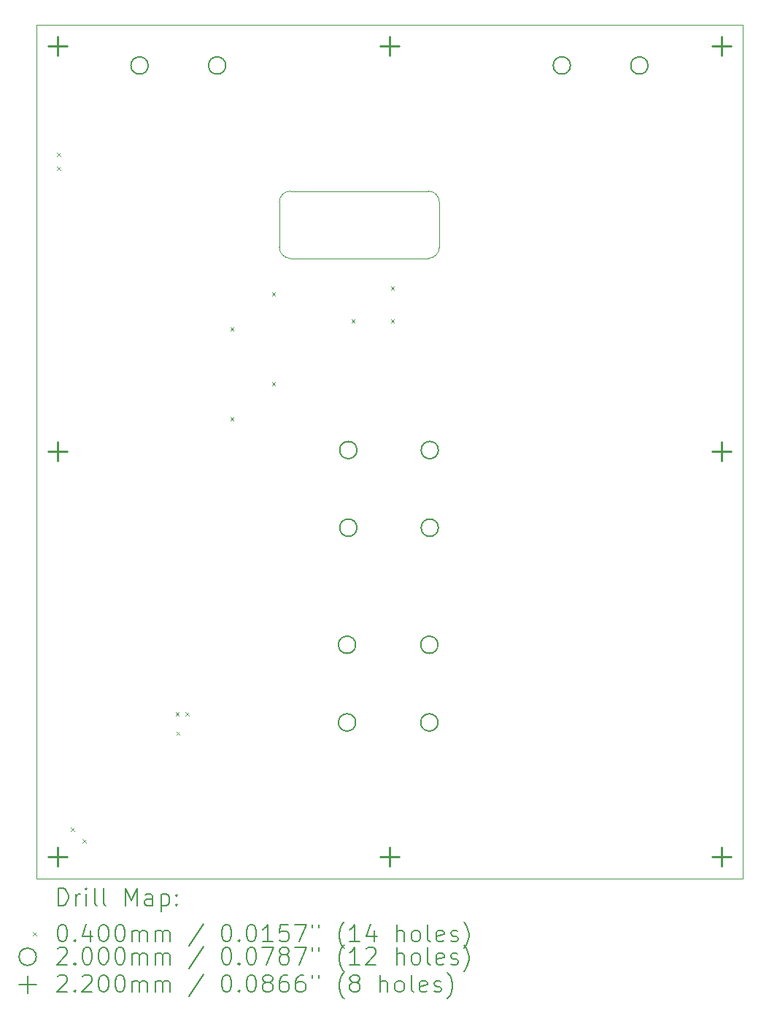
<source format=gbr>
%FSLAX45Y45*%
G04 Gerber Fmt 4.5, Leading zero omitted, Abs format (unit mm)*
G04 Created by KiCad (PCBNEW (6.0.4-0)) date 2022-05-09 11:39:19*
%MOMM*%
%LPD*%
G01*
G04 APERTURE LIST*
%TA.AperFunction,Profile*%
%ADD10C,0.050000*%
%TD*%
%ADD11C,0.200000*%
%ADD12C,0.040000*%
%ADD13C,0.220000*%
G04 APERTURE END LIST*
D10*
X19216000Y-4365000D02*
X11016000Y-4365000D01*
X13835000Y-6947000D02*
X13835000Y-6423000D01*
X11016000Y-14265000D02*
X19216000Y-14265000D01*
X13962000Y-6296000D02*
X15564000Y-6296000D01*
X19216000Y-4365000D02*
X19216000Y-14265000D01*
X13835000Y-6947000D02*
G75*
G03*
X13962000Y-7074000I127000J0D01*
G01*
X15691000Y-6423000D02*
G75*
G03*
X15564000Y-6296000I-127000J0D01*
G01*
X15564000Y-7074000D02*
X13962000Y-7074000D01*
X15564000Y-7074000D02*
G75*
G03*
X15691000Y-6947000I0J127000D01*
G01*
X15691000Y-6423000D02*
X15691000Y-6947000D01*
X11016000Y-4365000D02*
X11016000Y-14265000D01*
X13962000Y-6296000D02*
G75*
G03*
X13835000Y-6423000I0J-127000D01*
G01*
D11*
D12*
X11255000Y-5852000D02*
X11295000Y-5892000D01*
X11295000Y-5852000D02*
X11255000Y-5892000D01*
X11257000Y-6010000D02*
X11297000Y-6050000D01*
X11297000Y-6010000D02*
X11257000Y-6050000D01*
X11417500Y-13675000D02*
X11457500Y-13715000D01*
X11457500Y-13675000D02*
X11417500Y-13715000D01*
X11552500Y-13810000D02*
X11592500Y-13850000D01*
X11592500Y-13810000D02*
X11552500Y-13850000D01*
X12631000Y-12338000D02*
X12671000Y-12378000D01*
X12671000Y-12338000D02*
X12631000Y-12378000D01*
X12640000Y-12560000D02*
X12680000Y-12600000D01*
X12680000Y-12560000D02*
X12640000Y-12600000D01*
X12742000Y-12336000D02*
X12782000Y-12376000D01*
X12782000Y-12336000D02*
X12742000Y-12376000D01*
X13266000Y-7872050D02*
X13306000Y-7912050D01*
X13306000Y-7872050D02*
X13266000Y-7912050D01*
X13266000Y-8913450D02*
X13306000Y-8953450D01*
X13306000Y-8913450D02*
X13266000Y-8953450D01*
X13748600Y-7465650D02*
X13788600Y-7505650D01*
X13788600Y-7465650D02*
X13748600Y-7505650D01*
X13748600Y-8507050D02*
X13788600Y-8547050D01*
X13788600Y-8507050D02*
X13748600Y-8547050D01*
X14670000Y-7784050D02*
X14710000Y-7824050D01*
X14710000Y-7784050D02*
X14670000Y-7824050D01*
X15127200Y-7403050D02*
X15167200Y-7443050D01*
X15167200Y-7403050D02*
X15127200Y-7443050D01*
X15127200Y-7784050D02*
X15167200Y-7824050D01*
X15167200Y-7784050D02*
X15127200Y-7824050D01*
D11*
X12312500Y-4840000D02*
G75*
G03*
X12312500Y-4840000I-100000J0D01*
G01*
X13212500Y-4840000D02*
G75*
G03*
X13212500Y-4840000I-100000J0D01*
G01*
X14720000Y-11555000D02*
G75*
G03*
X14720000Y-11555000I-100000J0D01*
G01*
X14720000Y-12455000D02*
G75*
G03*
X14720000Y-12455000I-100000J0D01*
G01*
X14735000Y-9297500D02*
G75*
G03*
X14735000Y-9297500I-100000J0D01*
G01*
X14735000Y-10197500D02*
G75*
G03*
X14735000Y-10197500I-100000J0D01*
G01*
X15675000Y-11555000D02*
G75*
G03*
X15675000Y-11555000I-100000J0D01*
G01*
X15675000Y-12455000D02*
G75*
G03*
X15675000Y-12455000I-100000J0D01*
G01*
X15680000Y-9297500D02*
G75*
G03*
X15680000Y-9297500I-100000J0D01*
G01*
X15680000Y-10197500D02*
G75*
G03*
X15680000Y-10197500I-100000J0D01*
G01*
X17212500Y-4840000D02*
G75*
G03*
X17212500Y-4840000I-100000J0D01*
G01*
X18112500Y-4840000D02*
G75*
G03*
X18112500Y-4840000I-100000J0D01*
G01*
D13*
X11266000Y-4505000D02*
X11266000Y-4725000D01*
X11156000Y-4615000D02*
X11376000Y-4615000D01*
X11266000Y-9205000D02*
X11266000Y-9425000D01*
X11156000Y-9315000D02*
X11376000Y-9315000D01*
X11266000Y-13905000D02*
X11266000Y-14125000D01*
X11156000Y-14015000D02*
X11376000Y-14015000D01*
X15116000Y-4505000D02*
X15116000Y-4725000D01*
X15006000Y-4615000D02*
X15226000Y-4615000D01*
X15116000Y-13905000D02*
X15116000Y-14125000D01*
X15006000Y-14015000D02*
X15226000Y-14015000D01*
X18966000Y-4505000D02*
X18966000Y-4725000D01*
X18856000Y-4615000D02*
X19076000Y-4615000D01*
X18966000Y-9205000D02*
X18966000Y-9425000D01*
X18856000Y-9315000D02*
X19076000Y-9315000D01*
X18966000Y-13905000D02*
X18966000Y-14125000D01*
X18856000Y-14015000D02*
X19076000Y-14015000D01*
D11*
X11271119Y-14577976D02*
X11271119Y-14377976D01*
X11318738Y-14377976D01*
X11347309Y-14387500D01*
X11366357Y-14406548D01*
X11375881Y-14425595D01*
X11385405Y-14463690D01*
X11385405Y-14492262D01*
X11375881Y-14530357D01*
X11366357Y-14549405D01*
X11347309Y-14568452D01*
X11318738Y-14577976D01*
X11271119Y-14577976D01*
X11471119Y-14577976D02*
X11471119Y-14444643D01*
X11471119Y-14482738D02*
X11480643Y-14463690D01*
X11490167Y-14454167D01*
X11509214Y-14444643D01*
X11528262Y-14444643D01*
X11594928Y-14577976D02*
X11594928Y-14444643D01*
X11594928Y-14377976D02*
X11585405Y-14387500D01*
X11594928Y-14397024D01*
X11604452Y-14387500D01*
X11594928Y-14377976D01*
X11594928Y-14397024D01*
X11718738Y-14577976D02*
X11699690Y-14568452D01*
X11690167Y-14549405D01*
X11690167Y-14377976D01*
X11823500Y-14577976D02*
X11804452Y-14568452D01*
X11794928Y-14549405D01*
X11794928Y-14377976D01*
X12052071Y-14577976D02*
X12052071Y-14377976D01*
X12118738Y-14520833D01*
X12185405Y-14377976D01*
X12185405Y-14577976D01*
X12366357Y-14577976D02*
X12366357Y-14473214D01*
X12356833Y-14454167D01*
X12337786Y-14444643D01*
X12299690Y-14444643D01*
X12280643Y-14454167D01*
X12366357Y-14568452D02*
X12347309Y-14577976D01*
X12299690Y-14577976D01*
X12280643Y-14568452D01*
X12271119Y-14549405D01*
X12271119Y-14530357D01*
X12280643Y-14511309D01*
X12299690Y-14501786D01*
X12347309Y-14501786D01*
X12366357Y-14492262D01*
X12461595Y-14444643D02*
X12461595Y-14644643D01*
X12461595Y-14454167D02*
X12480643Y-14444643D01*
X12518738Y-14444643D01*
X12537786Y-14454167D01*
X12547309Y-14463690D01*
X12556833Y-14482738D01*
X12556833Y-14539881D01*
X12547309Y-14558928D01*
X12537786Y-14568452D01*
X12518738Y-14577976D01*
X12480643Y-14577976D01*
X12461595Y-14568452D01*
X12642548Y-14558928D02*
X12652071Y-14568452D01*
X12642548Y-14577976D01*
X12633024Y-14568452D01*
X12642548Y-14558928D01*
X12642548Y-14577976D01*
X12642548Y-14454167D02*
X12652071Y-14463690D01*
X12642548Y-14473214D01*
X12633024Y-14463690D01*
X12642548Y-14454167D01*
X12642548Y-14473214D01*
D12*
X10973500Y-14887500D02*
X11013500Y-14927500D01*
X11013500Y-14887500D02*
X10973500Y-14927500D01*
D11*
X11309214Y-14797976D02*
X11328262Y-14797976D01*
X11347309Y-14807500D01*
X11356833Y-14817024D01*
X11366357Y-14836071D01*
X11375881Y-14874167D01*
X11375881Y-14921786D01*
X11366357Y-14959881D01*
X11356833Y-14978928D01*
X11347309Y-14988452D01*
X11328262Y-14997976D01*
X11309214Y-14997976D01*
X11290167Y-14988452D01*
X11280643Y-14978928D01*
X11271119Y-14959881D01*
X11261595Y-14921786D01*
X11261595Y-14874167D01*
X11271119Y-14836071D01*
X11280643Y-14817024D01*
X11290167Y-14807500D01*
X11309214Y-14797976D01*
X11461595Y-14978928D02*
X11471119Y-14988452D01*
X11461595Y-14997976D01*
X11452071Y-14988452D01*
X11461595Y-14978928D01*
X11461595Y-14997976D01*
X11642548Y-14864643D02*
X11642548Y-14997976D01*
X11594928Y-14788452D02*
X11547309Y-14931309D01*
X11671119Y-14931309D01*
X11785405Y-14797976D02*
X11804452Y-14797976D01*
X11823500Y-14807500D01*
X11833024Y-14817024D01*
X11842548Y-14836071D01*
X11852071Y-14874167D01*
X11852071Y-14921786D01*
X11842548Y-14959881D01*
X11833024Y-14978928D01*
X11823500Y-14988452D01*
X11804452Y-14997976D01*
X11785405Y-14997976D01*
X11766357Y-14988452D01*
X11756833Y-14978928D01*
X11747309Y-14959881D01*
X11737786Y-14921786D01*
X11737786Y-14874167D01*
X11747309Y-14836071D01*
X11756833Y-14817024D01*
X11766357Y-14807500D01*
X11785405Y-14797976D01*
X11975881Y-14797976D02*
X11994928Y-14797976D01*
X12013976Y-14807500D01*
X12023500Y-14817024D01*
X12033024Y-14836071D01*
X12042548Y-14874167D01*
X12042548Y-14921786D01*
X12033024Y-14959881D01*
X12023500Y-14978928D01*
X12013976Y-14988452D01*
X11994928Y-14997976D01*
X11975881Y-14997976D01*
X11956833Y-14988452D01*
X11947309Y-14978928D01*
X11937786Y-14959881D01*
X11928262Y-14921786D01*
X11928262Y-14874167D01*
X11937786Y-14836071D01*
X11947309Y-14817024D01*
X11956833Y-14807500D01*
X11975881Y-14797976D01*
X12128262Y-14997976D02*
X12128262Y-14864643D01*
X12128262Y-14883690D02*
X12137786Y-14874167D01*
X12156833Y-14864643D01*
X12185405Y-14864643D01*
X12204452Y-14874167D01*
X12213976Y-14893214D01*
X12213976Y-14997976D01*
X12213976Y-14893214D02*
X12223500Y-14874167D01*
X12242548Y-14864643D01*
X12271119Y-14864643D01*
X12290167Y-14874167D01*
X12299690Y-14893214D01*
X12299690Y-14997976D01*
X12394928Y-14997976D02*
X12394928Y-14864643D01*
X12394928Y-14883690D02*
X12404452Y-14874167D01*
X12423500Y-14864643D01*
X12452071Y-14864643D01*
X12471119Y-14874167D01*
X12480643Y-14893214D01*
X12480643Y-14997976D01*
X12480643Y-14893214D02*
X12490167Y-14874167D01*
X12509214Y-14864643D01*
X12537786Y-14864643D01*
X12556833Y-14874167D01*
X12566357Y-14893214D01*
X12566357Y-14997976D01*
X12956833Y-14788452D02*
X12785405Y-15045595D01*
X13213976Y-14797976D02*
X13233024Y-14797976D01*
X13252071Y-14807500D01*
X13261595Y-14817024D01*
X13271119Y-14836071D01*
X13280643Y-14874167D01*
X13280643Y-14921786D01*
X13271119Y-14959881D01*
X13261595Y-14978928D01*
X13252071Y-14988452D01*
X13233024Y-14997976D01*
X13213976Y-14997976D01*
X13194928Y-14988452D01*
X13185405Y-14978928D01*
X13175881Y-14959881D01*
X13166357Y-14921786D01*
X13166357Y-14874167D01*
X13175881Y-14836071D01*
X13185405Y-14817024D01*
X13194928Y-14807500D01*
X13213976Y-14797976D01*
X13366357Y-14978928D02*
X13375881Y-14988452D01*
X13366357Y-14997976D01*
X13356833Y-14988452D01*
X13366357Y-14978928D01*
X13366357Y-14997976D01*
X13499690Y-14797976D02*
X13518738Y-14797976D01*
X13537786Y-14807500D01*
X13547309Y-14817024D01*
X13556833Y-14836071D01*
X13566357Y-14874167D01*
X13566357Y-14921786D01*
X13556833Y-14959881D01*
X13547309Y-14978928D01*
X13537786Y-14988452D01*
X13518738Y-14997976D01*
X13499690Y-14997976D01*
X13480643Y-14988452D01*
X13471119Y-14978928D01*
X13461595Y-14959881D01*
X13452071Y-14921786D01*
X13452071Y-14874167D01*
X13461595Y-14836071D01*
X13471119Y-14817024D01*
X13480643Y-14807500D01*
X13499690Y-14797976D01*
X13756833Y-14997976D02*
X13642548Y-14997976D01*
X13699690Y-14997976D02*
X13699690Y-14797976D01*
X13680643Y-14826548D01*
X13661595Y-14845595D01*
X13642548Y-14855119D01*
X13937786Y-14797976D02*
X13842548Y-14797976D01*
X13833024Y-14893214D01*
X13842548Y-14883690D01*
X13861595Y-14874167D01*
X13909214Y-14874167D01*
X13928262Y-14883690D01*
X13937786Y-14893214D01*
X13947309Y-14912262D01*
X13947309Y-14959881D01*
X13937786Y-14978928D01*
X13928262Y-14988452D01*
X13909214Y-14997976D01*
X13861595Y-14997976D01*
X13842548Y-14988452D01*
X13833024Y-14978928D01*
X14013976Y-14797976D02*
X14147309Y-14797976D01*
X14061595Y-14997976D01*
X14213976Y-14797976D02*
X14213976Y-14836071D01*
X14290167Y-14797976D02*
X14290167Y-14836071D01*
X14585405Y-15074167D02*
X14575881Y-15064643D01*
X14556833Y-15036071D01*
X14547309Y-15017024D01*
X14537786Y-14988452D01*
X14528262Y-14940833D01*
X14528262Y-14902738D01*
X14537786Y-14855119D01*
X14547309Y-14826548D01*
X14556833Y-14807500D01*
X14575881Y-14778928D01*
X14585405Y-14769405D01*
X14766357Y-14997976D02*
X14652071Y-14997976D01*
X14709214Y-14997976D02*
X14709214Y-14797976D01*
X14690167Y-14826548D01*
X14671119Y-14845595D01*
X14652071Y-14855119D01*
X14937786Y-14864643D02*
X14937786Y-14997976D01*
X14890167Y-14788452D02*
X14842548Y-14931309D01*
X14966357Y-14931309D01*
X15194928Y-14997976D02*
X15194928Y-14797976D01*
X15280643Y-14997976D02*
X15280643Y-14893214D01*
X15271119Y-14874167D01*
X15252071Y-14864643D01*
X15223500Y-14864643D01*
X15204452Y-14874167D01*
X15194928Y-14883690D01*
X15404452Y-14997976D02*
X15385405Y-14988452D01*
X15375881Y-14978928D01*
X15366357Y-14959881D01*
X15366357Y-14902738D01*
X15375881Y-14883690D01*
X15385405Y-14874167D01*
X15404452Y-14864643D01*
X15433024Y-14864643D01*
X15452071Y-14874167D01*
X15461595Y-14883690D01*
X15471119Y-14902738D01*
X15471119Y-14959881D01*
X15461595Y-14978928D01*
X15452071Y-14988452D01*
X15433024Y-14997976D01*
X15404452Y-14997976D01*
X15585405Y-14997976D02*
X15566357Y-14988452D01*
X15556833Y-14969405D01*
X15556833Y-14797976D01*
X15737786Y-14988452D02*
X15718738Y-14997976D01*
X15680643Y-14997976D01*
X15661595Y-14988452D01*
X15652071Y-14969405D01*
X15652071Y-14893214D01*
X15661595Y-14874167D01*
X15680643Y-14864643D01*
X15718738Y-14864643D01*
X15737786Y-14874167D01*
X15747309Y-14893214D01*
X15747309Y-14912262D01*
X15652071Y-14931309D01*
X15823500Y-14988452D02*
X15842548Y-14997976D01*
X15880643Y-14997976D01*
X15899690Y-14988452D01*
X15909214Y-14969405D01*
X15909214Y-14959881D01*
X15899690Y-14940833D01*
X15880643Y-14931309D01*
X15852071Y-14931309D01*
X15833024Y-14921786D01*
X15823500Y-14902738D01*
X15823500Y-14893214D01*
X15833024Y-14874167D01*
X15852071Y-14864643D01*
X15880643Y-14864643D01*
X15899690Y-14874167D01*
X15975881Y-15074167D02*
X15985405Y-15064643D01*
X16004452Y-15036071D01*
X16013976Y-15017024D01*
X16023500Y-14988452D01*
X16033024Y-14940833D01*
X16033024Y-14902738D01*
X16023500Y-14855119D01*
X16013976Y-14826548D01*
X16004452Y-14807500D01*
X15985405Y-14778928D01*
X15975881Y-14769405D01*
X11013500Y-15171500D02*
G75*
G03*
X11013500Y-15171500I-100000J0D01*
G01*
X11261595Y-15081024D02*
X11271119Y-15071500D01*
X11290167Y-15061976D01*
X11337786Y-15061976D01*
X11356833Y-15071500D01*
X11366357Y-15081024D01*
X11375881Y-15100071D01*
X11375881Y-15119119D01*
X11366357Y-15147690D01*
X11252071Y-15261976D01*
X11375881Y-15261976D01*
X11461595Y-15242928D02*
X11471119Y-15252452D01*
X11461595Y-15261976D01*
X11452071Y-15252452D01*
X11461595Y-15242928D01*
X11461595Y-15261976D01*
X11594928Y-15061976D02*
X11613976Y-15061976D01*
X11633024Y-15071500D01*
X11642548Y-15081024D01*
X11652071Y-15100071D01*
X11661595Y-15138167D01*
X11661595Y-15185786D01*
X11652071Y-15223881D01*
X11642548Y-15242928D01*
X11633024Y-15252452D01*
X11613976Y-15261976D01*
X11594928Y-15261976D01*
X11575881Y-15252452D01*
X11566357Y-15242928D01*
X11556833Y-15223881D01*
X11547309Y-15185786D01*
X11547309Y-15138167D01*
X11556833Y-15100071D01*
X11566357Y-15081024D01*
X11575881Y-15071500D01*
X11594928Y-15061976D01*
X11785405Y-15061976D02*
X11804452Y-15061976D01*
X11823500Y-15071500D01*
X11833024Y-15081024D01*
X11842548Y-15100071D01*
X11852071Y-15138167D01*
X11852071Y-15185786D01*
X11842548Y-15223881D01*
X11833024Y-15242928D01*
X11823500Y-15252452D01*
X11804452Y-15261976D01*
X11785405Y-15261976D01*
X11766357Y-15252452D01*
X11756833Y-15242928D01*
X11747309Y-15223881D01*
X11737786Y-15185786D01*
X11737786Y-15138167D01*
X11747309Y-15100071D01*
X11756833Y-15081024D01*
X11766357Y-15071500D01*
X11785405Y-15061976D01*
X11975881Y-15061976D02*
X11994928Y-15061976D01*
X12013976Y-15071500D01*
X12023500Y-15081024D01*
X12033024Y-15100071D01*
X12042548Y-15138167D01*
X12042548Y-15185786D01*
X12033024Y-15223881D01*
X12023500Y-15242928D01*
X12013976Y-15252452D01*
X11994928Y-15261976D01*
X11975881Y-15261976D01*
X11956833Y-15252452D01*
X11947309Y-15242928D01*
X11937786Y-15223881D01*
X11928262Y-15185786D01*
X11928262Y-15138167D01*
X11937786Y-15100071D01*
X11947309Y-15081024D01*
X11956833Y-15071500D01*
X11975881Y-15061976D01*
X12128262Y-15261976D02*
X12128262Y-15128643D01*
X12128262Y-15147690D02*
X12137786Y-15138167D01*
X12156833Y-15128643D01*
X12185405Y-15128643D01*
X12204452Y-15138167D01*
X12213976Y-15157214D01*
X12213976Y-15261976D01*
X12213976Y-15157214D02*
X12223500Y-15138167D01*
X12242548Y-15128643D01*
X12271119Y-15128643D01*
X12290167Y-15138167D01*
X12299690Y-15157214D01*
X12299690Y-15261976D01*
X12394928Y-15261976D02*
X12394928Y-15128643D01*
X12394928Y-15147690D02*
X12404452Y-15138167D01*
X12423500Y-15128643D01*
X12452071Y-15128643D01*
X12471119Y-15138167D01*
X12480643Y-15157214D01*
X12480643Y-15261976D01*
X12480643Y-15157214D02*
X12490167Y-15138167D01*
X12509214Y-15128643D01*
X12537786Y-15128643D01*
X12556833Y-15138167D01*
X12566357Y-15157214D01*
X12566357Y-15261976D01*
X12956833Y-15052452D02*
X12785405Y-15309595D01*
X13213976Y-15061976D02*
X13233024Y-15061976D01*
X13252071Y-15071500D01*
X13261595Y-15081024D01*
X13271119Y-15100071D01*
X13280643Y-15138167D01*
X13280643Y-15185786D01*
X13271119Y-15223881D01*
X13261595Y-15242928D01*
X13252071Y-15252452D01*
X13233024Y-15261976D01*
X13213976Y-15261976D01*
X13194928Y-15252452D01*
X13185405Y-15242928D01*
X13175881Y-15223881D01*
X13166357Y-15185786D01*
X13166357Y-15138167D01*
X13175881Y-15100071D01*
X13185405Y-15081024D01*
X13194928Y-15071500D01*
X13213976Y-15061976D01*
X13366357Y-15242928D02*
X13375881Y-15252452D01*
X13366357Y-15261976D01*
X13356833Y-15252452D01*
X13366357Y-15242928D01*
X13366357Y-15261976D01*
X13499690Y-15061976D02*
X13518738Y-15061976D01*
X13537786Y-15071500D01*
X13547309Y-15081024D01*
X13556833Y-15100071D01*
X13566357Y-15138167D01*
X13566357Y-15185786D01*
X13556833Y-15223881D01*
X13547309Y-15242928D01*
X13537786Y-15252452D01*
X13518738Y-15261976D01*
X13499690Y-15261976D01*
X13480643Y-15252452D01*
X13471119Y-15242928D01*
X13461595Y-15223881D01*
X13452071Y-15185786D01*
X13452071Y-15138167D01*
X13461595Y-15100071D01*
X13471119Y-15081024D01*
X13480643Y-15071500D01*
X13499690Y-15061976D01*
X13633024Y-15061976D02*
X13766357Y-15061976D01*
X13680643Y-15261976D01*
X13871119Y-15147690D02*
X13852071Y-15138167D01*
X13842548Y-15128643D01*
X13833024Y-15109595D01*
X13833024Y-15100071D01*
X13842548Y-15081024D01*
X13852071Y-15071500D01*
X13871119Y-15061976D01*
X13909214Y-15061976D01*
X13928262Y-15071500D01*
X13937786Y-15081024D01*
X13947309Y-15100071D01*
X13947309Y-15109595D01*
X13937786Y-15128643D01*
X13928262Y-15138167D01*
X13909214Y-15147690D01*
X13871119Y-15147690D01*
X13852071Y-15157214D01*
X13842548Y-15166738D01*
X13833024Y-15185786D01*
X13833024Y-15223881D01*
X13842548Y-15242928D01*
X13852071Y-15252452D01*
X13871119Y-15261976D01*
X13909214Y-15261976D01*
X13928262Y-15252452D01*
X13937786Y-15242928D01*
X13947309Y-15223881D01*
X13947309Y-15185786D01*
X13937786Y-15166738D01*
X13928262Y-15157214D01*
X13909214Y-15147690D01*
X14013976Y-15061976D02*
X14147309Y-15061976D01*
X14061595Y-15261976D01*
X14213976Y-15061976D02*
X14213976Y-15100071D01*
X14290167Y-15061976D02*
X14290167Y-15100071D01*
X14585405Y-15338167D02*
X14575881Y-15328643D01*
X14556833Y-15300071D01*
X14547309Y-15281024D01*
X14537786Y-15252452D01*
X14528262Y-15204833D01*
X14528262Y-15166738D01*
X14537786Y-15119119D01*
X14547309Y-15090548D01*
X14556833Y-15071500D01*
X14575881Y-15042928D01*
X14585405Y-15033405D01*
X14766357Y-15261976D02*
X14652071Y-15261976D01*
X14709214Y-15261976D02*
X14709214Y-15061976D01*
X14690167Y-15090548D01*
X14671119Y-15109595D01*
X14652071Y-15119119D01*
X14842548Y-15081024D02*
X14852071Y-15071500D01*
X14871119Y-15061976D01*
X14918738Y-15061976D01*
X14937786Y-15071500D01*
X14947309Y-15081024D01*
X14956833Y-15100071D01*
X14956833Y-15119119D01*
X14947309Y-15147690D01*
X14833024Y-15261976D01*
X14956833Y-15261976D01*
X15194928Y-15261976D02*
X15194928Y-15061976D01*
X15280643Y-15261976D02*
X15280643Y-15157214D01*
X15271119Y-15138167D01*
X15252071Y-15128643D01*
X15223500Y-15128643D01*
X15204452Y-15138167D01*
X15194928Y-15147690D01*
X15404452Y-15261976D02*
X15385405Y-15252452D01*
X15375881Y-15242928D01*
X15366357Y-15223881D01*
X15366357Y-15166738D01*
X15375881Y-15147690D01*
X15385405Y-15138167D01*
X15404452Y-15128643D01*
X15433024Y-15128643D01*
X15452071Y-15138167D01*
X15461595Y-15147690D01*
X15471119Y-15166738D01*
X15471119Y-15223881D01*
X15461595Y-15242928D01*
X15452071Y-15252452D01*
X15433024Y-15261976D01*
X15404452Y-15261976D01*
X15585405Y-15261976D02*
X15566357Y-15252452D01*
X15556833Y-15233405D01*
X15556833Y-15061976D01*
X15737786Y-15252452D02*
X15718738Y-15261976D01*
X15680643Y-15261976D01*
X15661595Y-15252452D01*
X15652071Y-15233405D01*
X15652071Y-15157214D01*
X15661595Y-15138167D01*
X15680643Y-15128643D01*
X15718738Y-15128643D01*
X15737786Y-15138167D01*
X15747309Y-15157214D01*
X15747309Y-15176262D01*
X15652071Y-15195309D01*
X15823500Y-15252452D02*
X15842548Y-15261976D01*
X15880643Y-15261976D01*
X15899690Y-15252452D01*
X15909214Y-15233405D01*
X15909214Y-15223881D01*
X15899690Y-15204833D01*
X15880643Y-15195309D01*
X15852071Y-15195309D01*
X15833024Y-15185786D01*
X15823500Y-15166738D01*
X15823500Y-15157214D01*
X15833024Y-15138167D01*
X15852071Y-15128643D01*
X15880643Y-15128643D01*
X15899690Y-15138167D01*
X15975881Y-15338167D02*
X15985405Y-15328643D01*
X16004452Y-15300071D01*
X16013976Y-15281024D01*
X16023500Y-15252452D01*
X16033024Y-15204833D01*
X16033024Y-15166738D01*
X16023500Y-15119119D01*
X16013976Y-15090548D01*
X16004452Y-15071500D01*
X15985405Y-15042928D01*
X15975881Y-15033405D01*
X10913500Y-15391500D02*
X10913500Y-15591500D01*
X10813500Y-15491500D02*
X11013500Y-15491500D01*
X11261595Y-15401024D02*
X11271119Y-15391500D01*
X11290167Y-15381976D01*
X11337786Y-15381976D01*
X11356833Y-15391500D01*
X11366357Y-15401024D01*
X11375881Y-15420071D01*
X11375881Y-15439119D01*
X11366357Y-15467690D01*
X11252071Y-15581976D01*
X11375881Y-15581976D01*
X11461595Y-15562928D02*
X11471119Y-15572452D01*
X11461595Y-15581976D01*
X11452071Y-15572452D01*
X11461595Y-15562928D01*
X11461595Y-15581976D01*
X11547309Y-15401024D02*
X11556833Y-15391500D01*
X11575881Y-15381976D01*
X11623500Y-15381976D01*
X11642548Y-15391500D01*
X11652071Y-15401024D01*
X11661595Y-15420071D01*
X11661595Y-15439119D01*
X11652071Y-15467690D01*
X11537786Y-15581976D01*
X11661595Y-15581976D01*
X11785405Y-15381976D02*
X11804452Y-15381976D01*
X11823500Y-15391500D01*
X11833024Y-15401024D01*
X11842548Y-15420071D01*
X11852071Y-15458167D01*
X11852071Y-15505786D01*
X11842548Y-15543881D01*
X11833024Y-15562928D01*
X11823500Y-15572452D01*
X11804452Y-15581976D01*
X11785405Y-15581976D01*
X11766357Y-15572452D01*
X11756833Y-15562928D01*
X11747309Y-15543881D01*
X11737786Y-15505786D01*
X11737786Y-15458167D01*
X11747309Y-15420071D01*
X11756833Y-15401024D01*
X11766357Y-15391500D01*
X11785405Y-15381976D01*
X11975881Y-15381976D02*
X11994928Y-15381976D01*
X12013976Y-15391500D01*
X12023500Y-15401024D01*
X12033024Y-15420071D01*
X12042548Y-15458167D01*
X12042548Y-15505786D01*
X12033024Y-15543881D01*
X12023500Y-15562928D01*
X12013976Y-15572452D01*
X11994928Y-15581976D01*
X11975881Y-15581976D01*
X11956833Y-15572452D01*
X11947309Y-15562928D01*
X11937786Y-15543881D01*
X11928262Y-15505786D01*
X11928262Y-15458167D01*
X11937786Y-15420071D01*
X11947309Y-15401024D01*
X11956833Y-15391500D01*
X11975881Y-15381976D01*
X12128262Y-15581976D02*
X12128262Y-15448643D01*
X12128262Y-15467690D02*
X12137786Y-15458167D01*
X12156833Y-15448643D01*
X12185405Y-15448643D01*
X12204452Y-15458167D01*
X12213976Y-15477214D01*
X12213976Y-15581976D01*
X12213976Y-15477214D02*
X12223500Y-15458167D01*
X12242548Y-15448643D01*
X12271119Y-15448643D01*
X12290167Y-15458167D01*
X12299690Y-15477214D01*
X12299690Y-15581976D01*
X12394928Y-15581976D02*
X12394928Y-15448643D01*
X12394928Y-15467690D02*
X12404452Y-15458167D01*
X12423500Y-15448643D01*
X12452071Y-15448643D01*
X12471119Y-15458167D01*
X12480643Y-15477214D01*
X12480643Y-15581976D01*
X12480643Y-15477214D02*
X12490167Y-15458167D01*
X12509214Y-15448643D01*
X12537786Y-15448643D01*
X12556833Y-15458167D01*
X12566357Y-15477214D01*
X12566357Y-15581976D01*
X12956833Y-15372452D02*
X12785405Y-15629595D01*
X13213976Y-15381976D02*
X13233024Y-15381976D01*
X13252071Y-15391500D01*
X13261595Y-15401024D01*
X13271119Y-15420071D01*
X13280643Y-15458167D01*
X13280643Y-15505786D01*
X13271119Y-15543881D01*
X13261595Y-15562928D01*
X13252071Y-15572452D01*
X13233024Y-15581976D01*
X13213976Y-15581976D01*
X13194928Y-15572452D01*
X13185405Y-15562928D01*
X13175881Y-15543881D01*
X13166357Y-15505786D01*
X13166357Y-15458167D01*
X13175881Y-15420071D01*
X13185405Y-15401024D01*
X13194928Y-15391500D01*
X13213976Y-15381976D01*
X13366357Y-15562928D02*
X13375881Y-15572452D01*
X13366357Y-15581976D01*
X13356833Y-15572452D01*
X13366357Y-15562928D01*
X13366357Y-15581976D01*
X13499690Y-15381976D02*
X13518738Y-15381976D01*
X13537786Y-15391500D01*
X13547309Y-15401024D01*
X13556833Y-15420071D01*
X13566357Y-15458167D01*
X13566357Y-15505786D01*
X13556833Y-15543881D01*
X13547309Y-15562928D01*
X13537786Y-15572452D01*
X13518738Y-15581976D01*
X13499690Y-15581976D01*
X13480643Y-15572452D01*
X13471119Y-15562928D01*
X13461595Y-15543881D01*
X13452071Y-15505786D01*
X13452071Y-15458167D01*
X13461595Y-15420071D01*
X13471119Y-15401024D01*
X13480643Y-15391500D01*
X13499690Y-15381976D01*
X13680643Y-15467690D02*
X13661595Y-15458167D01*
X13652071Y-15448643D01*
X13642548Y-15429595D01*
X13642548Y-15420071D01*
X13652071Y-15401024D01*
X13661595Y-15391500D01*
X13680643Y-15381976D01*
X13718738Y-15381976D01*
X13737786Y-15391500D01*
X13747309Y-15401024D01*
X13756833Y-15420071D01*
X13756833Y-15429595D01*
X13747309Y-15448643D01*
X13737786Y-15458167D01*
X13718738Y-15467690D01*
X13680643Y-15467690D01*
X13661595Y-15477214D01*
X13652071Y-15486738D01*
X13642548Y-15505786D01*
X13642548Y-15543881D01*
X13652071Y-15562928D01*
X13661595Y-15572452D01*
X13680643Y-15581976D01*
X13718738Y-15581976D01*
X13737786Y-15572452D01*
X13747309Y-15562928D01*
X13756833Y-15543881D01*
X13756833Y-15505786D01*
X13747309Y-15486738D01*
X13737786Y-15477214D01*
X13718738Y-15467690D01*
X13928262Y-15381976D02*
X13890167Y-15381976D01*
X13871119Y-15391500D01*
X13861595Y-15401024D01*
X13842548Y-15429595D01*
X13833024Y-15467690D01*
X13833024Y-15543881D01*
X13842548Y-15562928D01*
X13852071Y-15572452D01*
X13871119Y-15581976D01*
X13909214Y-15581976D01*
X13928262Y-15572452D01*
X13937786Y-15562928D01*
X13947309Y-15543881D01*
X13947309Y-15496262D01*
X13937786Y-15477214D01*
X13928262Y-15467690D01*
X13909214Y-15458167D01*
X13871119Y-15458167D01*
X13852071Y-15467690D01*
X13842548Y-15477214D01*
X13833024Y-15496262D01*
X14118738Y-15381976D02*
X14080643Y-15381976D01*
X14061595Y-15391500D01*
X14052071Y-15401024D01*
X14033024Y-15429595D01*
X14023500Y-15467690D01*
X14023500Y-15543881D01*
X14033024Y-15562928D01*
X14042548Y-15572452D01*
X14061595Y-15581976D01*
X14099690Y-15581976D01*
X14118738Y-15572452D01*
X14128262Y-15562928D01*
X14137786Y-15543881D01*
X14137786Y-15496262D01*
X14128262Y-15477214D01*
X14118738Y-15467690D01*
X14099690Y-15458167D01*
X14061595Y-15458167D01*
X14042548Y-15467690D01*
X14033024Y-15477214D01*
X14023500Y-15496262D01*
X14213976Y-15381976D02*
X14213976Y-15420071D01*
X14290167Y-15381976D02*
X14290167Y-15420071D01*
X14585405Y-15658167D02*
X14575881Y-15648643D01*
X14556833Y-15620071D01*
X14547309Y-15601024D01*
X14537786Y-15572452D01*
X14528262Y-15524833D01*
X14528262Y-15486738D01*
X14537786Y-15439119D01*
X14547309Y-15410548D01*
X14556833Y-15391500D01*
X14575881Y-15362928D01*
X14585405Y-15353405D01*
X14690167Y-15467690D02*
X14671119Y-15458167D01*
X14661595Y-15448643D01*
X14652071Y-15429595D01*
X14652071Y-15420071D01*
X14661595Y-15401024D01*
X14671119Y-15391500D01*
X14690167Y-15381976D01*
X14728262Y-15381976D01*
X14747309Y-15391500D01*
X14756833Y-15401024D01*
X14766357Y-15420071D01*
X14766357Y-15429595D01*
X14756833Y-15448643D01*
X14747309Y-15458167D01*
X14728262Y-15467690D01*
X14690167Y-15467690D01*
X14671119Y-15477214D01*
X14661595Y-15486738D01*
X14652071Y-15505786D01*
X14652071Y-15543881D01*
X14661595Y-15562928D01*
X14671119Y-15572452D01*
X14690167Y-15581976D01*
X14728262Y-15581976D01*
X14747309Y-15572452D01*
X14756833Y-15562928D01*
X14766357Y-15543881D01*
X14766357Y-15505786D01*
X14756833Y-15486738D01*
X14747309Y-15477214D01*
X14728262Y-15467690D01*
X15004452Y-15581976D02*
X15004452Y-15381976D01*
X15090167Y-15581976D02*
X15090167Y-15477214D01*
X15080643Y-15458167D01*
X15061595Y-15448643D01*
X15033024Y-15448643D01*
X15013976Y-15458167D01*
X15004452Y-15467690D01*
X15213976Y-15581976D02*
X15194928Y-15572452D01*
X15185405Y-15562928D01*
X15175881Y-15543881D01*
X15175881Y-15486738D01*
X15185405Y-15467690D01*
X15194928Y-15458167D01*
X15213976Y-15448643D01*
X15242548Y-15448643D01*
X15261595Y-15458167D01*
X15271119Y-15467690D01*
X15280643Y-15486738D01*
X15280643Y-15543881D01*
X15271119Y-15562928D01*
X15261595Y-15572452D01*
X15242548Y-15581976D01*
X15213976Y-15581976D01*
X15394928Y-15581976D02*
X15375881Y-15572452D01*
X15366357Y-15553405D01*
X15366357Y-15381976D01*
X15547309Y-15572452D02*
X15528262Y-15581976D01*
X15490167Y-15581976D01*
X15471119Y-15572452D01*
X15461595Y-15553405D01*
X15461595Y-15477214D01*
X15471119Y-15458167D01*
X15490167Y-15448643D01*
X15528262Y-15448643D01*
X15547309Y-15458167D01*
X15556833Y-15477214D01*
X15556833Y-15496262D01*
X15461595Y-15515309D01*
X15633024Y-15572452D02*
X15652071Y-15581976D01*
X15690167Y-15581976D01*
X15709214Y-15572452D01*
X15718738Y-15553405D01*
X15718738Y-15543881D01*
X15709214Y-15524833D01*
X15690167Y-15515309D01*
X15661595Y-15515309D01*
X15642548Y-15505786D01*
X15633024Y-15486738D01*
X15633024Y-15477214D01*
X15642548Y-15458167D01*
X15661595Y-15448643D01*
X15690167Y-15448643D01*
X15709214Y-15458167D01*
X15785405Y-15658167D02*
X15794928Y-15648643D01*
X15813976Y-15620071D01*
X15823500Y-15601024D01*
X15833024Y-15572452D01*
X15842548Y-15524833D01*
X15842548Y-15486738D01*
X15833024Y-15439119D01*
X15823500Y-15410548D01*
X15813976Y-15391500D01*
X15794928Y-15362928D01*
X15785405Y-15353405D01*
M02*

</source>
